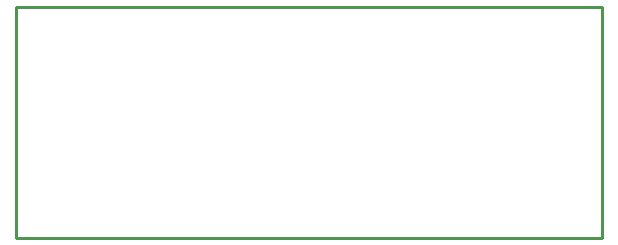
<source format=gko>
G04*
G04 #@! TF.GenerationSoftware,Altium Limited,Altium Designer,19.1.5 (86)*
G04*
G04 Layer_Color=16711935*
%FSLAX25Y25*%
%MOIN*%
G70*
G01*
G75*
%ADD16C,0.01000*%
D16*
Y76772D01*
X195276D01*
Y0D02*
Y76772D01*
X0Y0D02*
X195276D01*
M02*

</source>
